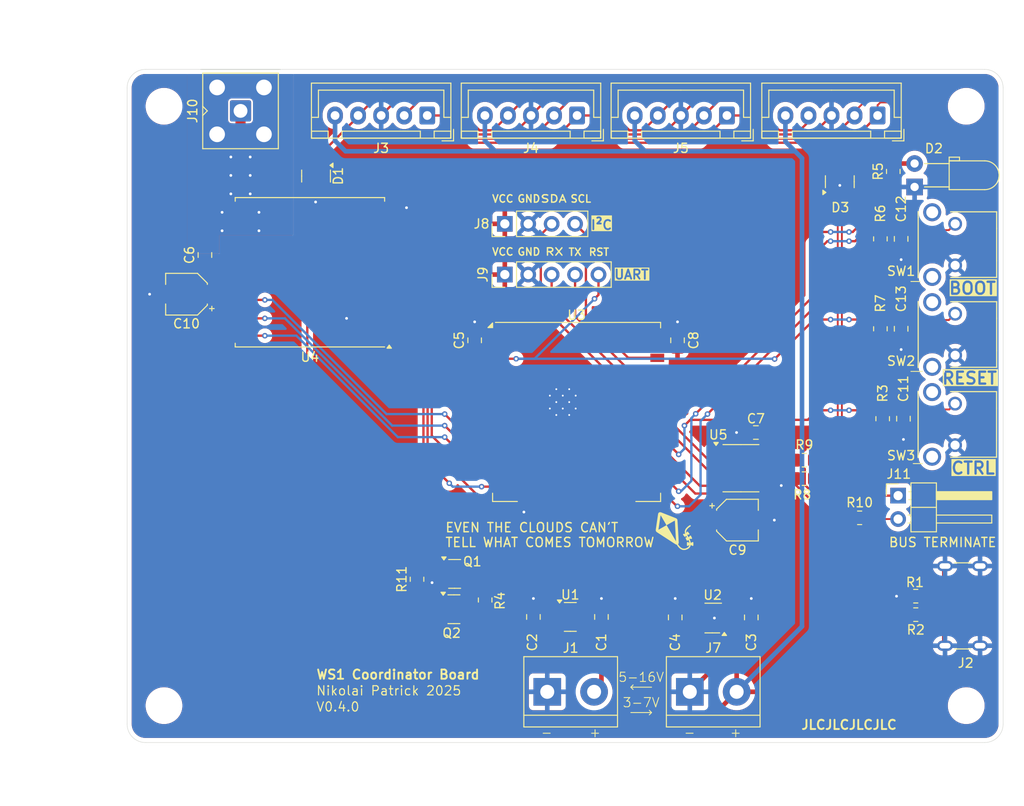
<source format=kicad_pcb>
(kicad_pcb
	(version 20241229)
	(generator "pcbnew")
	(generator_version "9.0")
	(general
		(thickness 1.6)
		(legacy_teardrops no)
	)
	(paper "A4")
	(layers
		(0 "F.Cu" signal)
		(2 "B.Cu" signal)
		(9 "F.Adhes" user "F.Adhesive")
		(11 "B.Adhes" user "B.Adhesive")
		(13 "F.Paste" user)
		(15 "B.Paste" user)
		(5 "F.SilkS" user "F.Silkscreen")
		(7 "B.SilkS" user "B.Silkscreen")
		(1 "F.Mask" user)
		(3 "B.Mask" user)
		(17 "Dwgs.User" user "User.Drawings")
		(19 "Cmts.User" user "User.Comments")
		(21 "Eco1.User" user "User.Eco1")
		(23 "Eco2.User" user "User.Eco2")
		(25 "Edge.Cuts" user)
		(27 "Margin" user)
		(31 "F.CrtYd" user "F.Courtyard")
		(29 "B.CrtYd" user "B.Courtyard")
		(35 "F.Fab" user)
		(33 "B.Fab" user)
		(39 "User.1" user)
		(41 "User.2" user)
		(43 "User.3" user)
		(45 "User.4" user)
		(47 "User.5" user)
		(49 "User.6" user)
		(51 "User.7" user)
		(53 "User.8" user)
		(55 "User.9" user)
	)
	(setup
		(pad_to_mask_clearance 0)
		(allow_soldermask_bridges_in_footprints no)
		(tenting front back)
		(grid_origin 70.31 56.62)
		(pcbplotparams
			(layerselection 0x00000000_00000000_55555555_5755f5ff)
			(plot_on_all_layers_selection 0x00000000_00000000_00000000_00000000)
			(disableapertmacros no)
			(usegerberextensions yes)
			(usegerberattributes no)
			(usegerberadvancedattributes no)
			(creategerberjobfile no)
			(dashed_line_dash_ratio 12.000000)
			(dashed_line_gap_ratio 3.000000)
			(svgprecision 4)
			(plotframeref no)
			(mode 1)
			(useauxorigin no)
			(hpglpennumber 1)
			(hpglpenspeed 20)
			(hpglpendiameter 15.000000)
			(pdf_front_fp_property_popups yes)
			(pdf_back_fp_property_popups yes)
			(pdf_metadata yes)
			(pdf_single_document no)
			(dxfpolygonmode yes)
			(dxfimperialunits yes)
			(dxfusepcbnewfont yes)
			(psnegative no)
			(psa4output no)
			(plot_black_and_white yes)
			(sketchpadsonfab no)
			(plotpadnumbers no)
			(hidednponfab no)
			(sketchdnponfab yes)
			(crossoutdnponfab yes)
			(subtractmaskfromsilk yes)
			(outputformat 1)
			(mirror no)
			(drillshape 0)
			(scaleselection 1)
			(outputdirectory "gerbers/")
		)
	)
	(net 0 "")
	(net 1 "+3.3V")
	(net 2 "GND")
	(net 3 "+5V")
	(net 4 "/BOOT")
	(net 5 "/ESP32_RESET")
	(net 6 "Net-(D2-A)")
	(net 7 "Net-(J2-CC1)")
	(net 8 "/SCL")
	(net 9 "/SDA")
	(net 10 "/ESP32_TX")
	(net 11 "/ESP32_RX")
	(net 12 "/LED_1")
	(net 13 "/BTN_1")
	(net 14 "/MOSI")
	(net 15 "/LORA_CS")
	(net 16 "Net-(J2-CC2)")
	(net 17 "/SCK")
	(net 18 "/MISO")
	(net 19 "Net-(J10-In)")
	(net 20 "Net-(J11-Pin_2)")
	(net 21 "Net-(U5-A)")
	(net 22 "/WAKEUP_EXT")
	(net 23 "Net-(J11-Pin_1)")
	(net 24 "unconnected-(U2-NC-Pad4)")
	(net 25 "unconnected-(U3-NC-Pad18)")
	(net 26 "unconnected-(U3-IO2-Pad24)")
	(net 27 "unconnected-(U3-NC-Pad20)")
	(net 28 "unconnected-(U3-IO35-Pad7)")
	(net 29 "unconnected-(U3-NC-Pad22)")
	(net 30 "unconnected-(U3-IO34-Pad6)")
	(net 31 "unconnected-(U3-SENSOR_VN-Pad5)")
	(net 32 "unconnected-(U3-SENSOR_VP-Pad4)")
	(net 33 "/LORA_RESET")
	(net 34 "unconnected-(U3-NC-Pad17)")
	(net 35 "unconnected-(U3-NC-Pad32)")
	(net 36 "Net-(Q1-D)")
	(net 37 "/LORA_DIO2")
	(net 38 "/LORA_DIO1")
	(net 39 "/LORA_DIO0")
	(net 40 "unconnected-(U3-NC-Pad21)")
	(net 41 "/RS485_RE")
	(net 42 "/RS485_DE")
	(net 43 "/RS485_DI")
	(net 44 "unconnected-(U3-IO23-Pad37)")
	(net 45 "/RS485_RO")
	(net 46 "unconnected-(U3-NC-Pad19)")
	(net 47 "unconnected-(U4-DIO4-Pad12)")
	(net 48 "unconnected-(U4-DIO3-Pad11)")
	(net 49 "unconnected-(U4-DIO5-Pad7)")
	(net 50 "/WAKEUP_IO")
	(net 51 "Net-(J1-Pin_2)")
	(net 52 "Net-(Q2-S)")
	(net 53 "unconnected-(D1-A1-Pad1)")
	(net 54 "/RS485_A_N")
	(net 55 "/RS485_A_P")
	(footprint "Resistor_SMD:R_0805_2012Metric" (layer "F.Cu") (at 152 75 90))
	(footprint "MountingHole:MountingHole_3.5mm" (layer "F.Cu") (at 161.31 125.62))
	(footprint "Capacitor_SMD:C_0805_2012Metric" (layer "F.Cu") (at 138 116.05 90))
	(footprint "Connector_JST:JST_XH_B5B-XH-A_1x05_P2.50mm_Vertical" (layer "F.Cu") (at 119.11 61.62 180))
	(footprint "RF_Module:ESP32-WROOM-32UE" (layer "F.Cu") (at 119.055 93.77))
	(footprint "Connector_JST:JST_XH_B5B-XH-A_1x05_P2.50mm_Vertical" (layer "F.Cu") (at 151.7 61.62 180))
	(footprint "push_switch_90deg:SW_1-1825027-1" (layer "F.Cu") (at 160.1 95.12 90))
	(footprint "LOGO" (layer "F.Cu") (at 129.75 106.75))
	(footprint "Resistor_SMD:R_0805_2012Metric" (layer "F.Cu") (at 152 84.75 90))
	(footprint "Resistor_SMD:R_0805_2012Metric" (layer "F.Cu") (at 143.75 101))
	(footprint "Connector_JST:JST_XH_B5B-XH-A_1x05_P2.50mm_Vertical" (layer "F.Cu") (at 135.36 61.62 180))
	(footprint "Connector_JST:JST_XH_B5B-XH-A_1x05_P2.50mm_Vertical" (layer "F.Cu") (at 102.86 61.62 180))
	(footprint "Resistor_SMD:R_0805_2012Metric" (layer "F.Cu") (at 152.25 94.5 90))
	(footprint "RF_Module:HOPERF_RFM9XW_SMD" (layer "F.Cu") (at 90.135 78.62 180))
	(footprint "Package_TO_SOT_SMD:SOT-23-5_HandSoldering" (layer "F.Cu") (at 133.8725 116.12 180))
	(footprint "Package_TO_SOT_SMD:SOT-23" (layer "F.Cu") (at 105.75 115.1625))
	(footprint "Resistor_SMD:R_0805_2012Metric" (layer "F.Cu") (at 101.75 111.9125 90))
	(footprint "Resistor_SMD:R_0805_2012Metric" (layer "F.Cu") (at 149.75 105.25))
	(footprint "Connector_PinHeader_2.54mm:PinHeader_1x05_P2.54mm_Vertical" (layer "F.Cu") (at 111.27 78.87 90))
	(footprint "Package_TO_SOT_SMD:SOT-23" (layer "F.Cu") (at 105.8275 111.3325))
	(footprint "Capacitor_SMD:CP_Elec_4x5.3" (layer "F.Cu") (at 76.75 81 180))
	(footprint "MountingHole:MountingHole_3.5mm" (layer "F.Cu") (at 74.31 125.62))
	(footprint "Connector_Coaxial:SMA_Amphenol_901-143_Horizontal" (layer "F.Cu") (at 82.61 61.12))
	(footprint "Resistor_SMD:R_0805_2012Metric" (layer "F.Cu") (at 155.8375 113.75 180))
	(footprint "Capacitor_SMD:C_0805_2012Metric" (layer "F.Cu") (at 78.75 76.75 90))
	(footprint "Capacitor_SMD:C_0805_2012Metric" (layer "F.Cu") (at 121.75 116 90))
	(footprint "Capacitor_SMD:C_0805_2012Metric" (layer "F.Cu") (at 154.5 94.5 -90))
	(footprint "Capacitor_SMD:C_0805_2012Metric" (layer "F.Cu") (at 154.25 84.75 -90))
	(footprint "Capacitor_SMD:C_0805_2012Metric" (layer "F.Cu") (at 154.25 75 -90))
	(footprint "Capacitor_SMD:C_0805_2012Metric" (layer "F.Cu") (at 130 86 90))
	(footprint "MountingHole:MountingHole_3.5mm" (layer "F.Cu") (at 161.31 60.62))
	(footprint "Capacitor_SMD:C_0805_2012Metric" (layer "F.Cu") (at 114.3725 116 90))
	(footprint "Resistor_SMD:R_0805_2012Metric" (layer "F.Cu") (at 143.75 99))
	(footprint "push_switch_90deg:SW_1-1825027-1"
		(layer "F.Cu")
		(uuid "6b54c113-4cb2-41bf-bc20-85970c25a036")
		(at 160.11 75.62 90)
		(property "Reference" "SW1"
			(at -2.88 -5.86 180)
			(layer "F.SilkS")
			(uuid "ab911c1d-1179-4124-b77a-467931fa7801")
			(effects
				(font
					(size 1.001693 1.001693)
					(thickness 0.15)
				)
			)
		)
		(property "Value" "BOOT"
			(at 0 0 180)
			(layer "F.Fab")
			(uuid "38f4cfcd-66e4-494b-a19f-01c2b6d9d5ef")
			(effects
				(font
					(size 1.001197 1.001197)
					(thickness 0.15)
				)
			)
		)
		(property "Datasheet" "~"
			(at 0 0 90)
			(layer "F.Fab")
			(hide yes)
			(uuid "233f51bc-6dd0-4ba7-a19f-49828a921298")
			(effects
				(font
					(size 1.27 1.27)
					(thickness 0.15)
				)
			)
		)
		(property "Description" "Push button switch, generic, two pins"
			(at 0 0 90)
			(layer "F.Fab")
			(hide yes)
			(uuid "97d0a264-c5e0-4bb4-8982-6be432d54156")
			(effects
				(font
					(size 1.27 1.27)
					(thickness 0.15)
				)
			)
		)
		(path "/f5377ed2-a632-4a77-9067-04a81471b950")
		(sheetname "/")
		(sheetfile "ws1-basestation-pcb.kicad_sch")
		(attr through_hole)
		(fp_line
			(start -3.58 -4.01)
			(end 3.58 -4.01)
			(stroke
				(width 0.127)
				(type solid)
			)
			(layer "F.SilkS")
			(uuid "f9965be4-9441-4b22-826f-438feecc3b37")
		)
		(fp_line
			(start 3.555 -0.5)
			(end 3.555 4.495)
			(stroke
				(width 0.127)
				(type solid)
			)
			(layer "F.Sil
... [507827 chars truncated]
</source>
